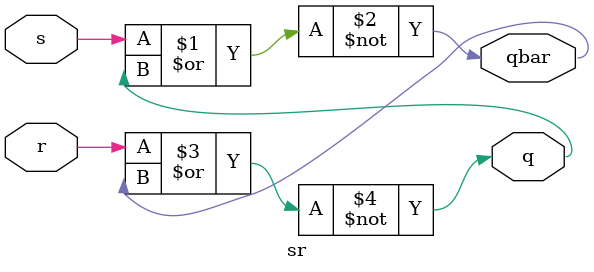
<source format=v>

module sr( s, r ,q, qbar);
  

	output q;
   output qbar;
   input  s;
   input  r;

   nor (qbar, s, q);
   nor (q, r, qbar);
endmodule 
</source>
